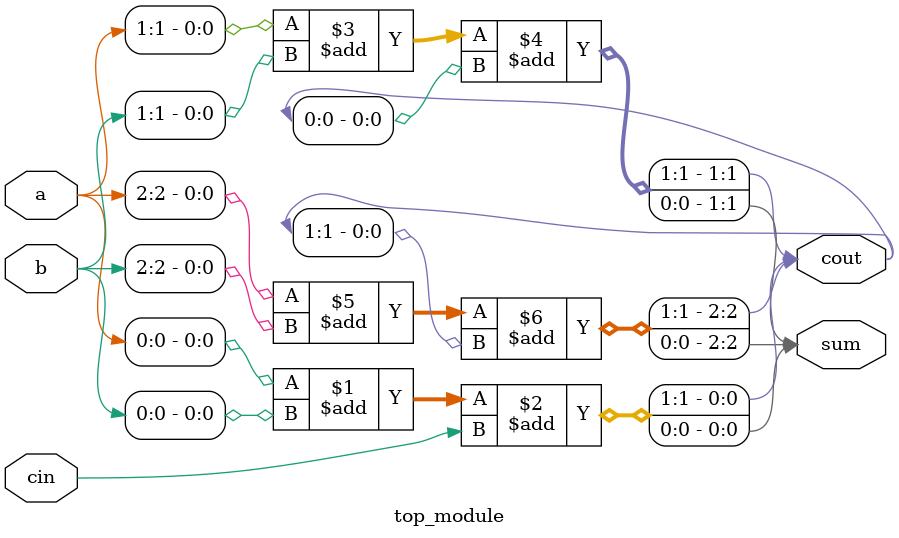
<source format=v>
module top_module( 
    input [2:0] a, b,
    input cin,
    output [2:0] cout,
    output [2:0] sum );
    assign {cout[0], sum[0]} = a[0] + b[0] + cin;
	generate
	genvar i;
        for(i=1; i<3; i++)begin: blook
            assign {cout[i], sum[i]} = a[i] + b[i] + cout[i-1];
        end
    endgenerate
endmodule

</source>
